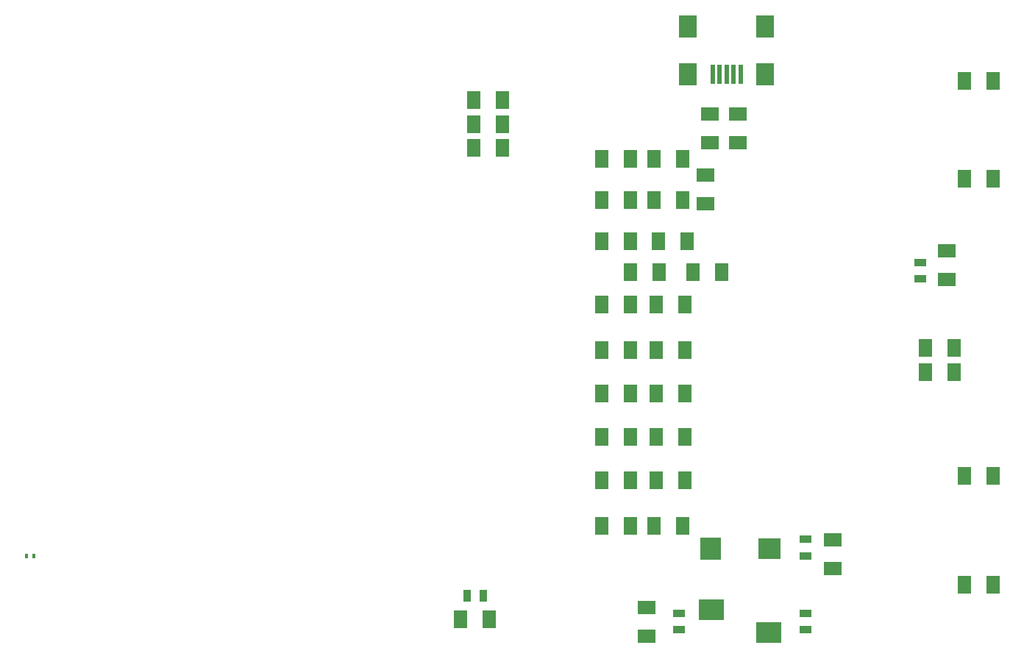
<source format=gtp>
G04 (created by PCBNEW (2013-mar-13)-testing) date jue 26 sep 2013 04:07:39 COT*
%MOIN*%
G04 Gerber Fmt 3.4, Leading zero omitted, Abs format*
%FSLAX34Y34*%
G01*
G70*
G90*
G04 APERTURE LIST*
%ADD10C,0.005906*%
%ADD11R,0.060000X0.080000*%
%ADD12R,0.078700X0.098400*%
%ADD13R,0.019700X0.090600*%
%ADD14R,0.080000X0.060000*%
%ADD15R,0.116100X0.094500*%
%ADD16R,0.094500X0.104300*%
%ADD17R,0.104300X0.094500*%
%ADD18R,0.055000X0.035000*%
%ADD19R,0.035000X0.055000*%
%ADD20R,0.015700X0.023600*%
G04 APERTURE END LIST*
G54D10*
G54D11*
X66378Y-34154D03*
X67678Y-34154D03*
G54D12*
X70276Y-13583D03*
X73780Y-13583D03*
X73780Y-15748D03*
X70276Y-15748D03*
G54D13*
X72028Y-15748D03*
X72343Y-15748D03*
X71713Y-15747D03*
X72658Y-15748D03*
X71398Y-15748D03*
G54D14*
X72540Y-17559D03*
X72540Y-18859D03*
X71260Y-17559D03*
X71260Y-18859D03*
X81988Y-23760D03*
X81988Y-25060D03*
G54D15*
X71349Y-40001D03*
G54D16*
X71289Y-37245D03*
G54D15*
X73927Y-41064D03*
G54D17*
X73986Y-37245D03*
G54D11*
X59980Y-40453D03*
X61280Y-40453D03*
G54D14*
X71063Y-21615D03*
X71063Y-20315D03*
G54D11*
X81043Y-28150D03*
X82343Y-28150D03*
X82815Y-38878D03*
X84115Y-38878D03*
X82815Y-33957D03*
X84115Y-33957D03*
X82815Y-16044D03*
X84115Y-16044D03*
X82815Y-20473D03*
X84115Y-20473D03*
X66378Y-26181D03*
X67678Y-26181D03*
X67657Y-24705D03*
X68957Y-24705D03*
X66378Y-32185D03*
X67678Y-32185D03*
X66378Y-30217D03*
X67678Y-30217D03*
X66378Y-28248D03*
X67678Y-28248D03*
X68838Y-26181D03*
X70138Y-26181D03*
X66378Y-23327D03*
X67678Y-23327D03*
X66378Y-21457D03*
X67678Y-21457D03*
X66378Y-19587D03*
X67678Y-19587D03*
X68740Y-36221D03*
X70040Y-36221D03*
X68838Y-34154D03*
X70138Y-34154D03*
X68838Y-32185D03*
X70138Y-32185D03*
X68838Y-30217D03*
X70138Y-30217D03*
X68838Y-28248D03*
X70138Y-28248D03*
X71812Y-24705D03*
X70512Y-24705D03*
X70237Y-23327D03*
X68937Y-23327D03*
X70040Y-21457D03*
X68740Y-21457D03*
X70040Y-19587D03*
X68740Y-19587D03*
X61871Y-16929D03*
X60571Y-16929D03*
X61871Y-18012D03*
X60571Y-18012D03*
X61871Y-19095D03*
X60571Y-19095D03*
G54D18*
X69882Y-40176D03*
X69882Y-40926D03*
X75591Y-37580D03*
X75591Y-36830D03*
X75591Y-40926D03*
X75591Y-40176D03*
G54D19*
X61005Y-39370D03*
X60255Y-39370D03*
G54D20*
X40287Y-37586D03*
X40641Y-37586D03*
G54D18*
X80791Y-24274D03*
X80791Y-25024D03*
G54D11*
X66378Y-36221D03*
X67678Y-36221D03*
G54D14*
X76830Y-36834D03*
X76830Y-38134D03*
G54D11*
X81043Y-29233D03*
X82343Y-29233D03*
G54D14*
X68406Y-41201D03*
X68406Y-39901D03*
M02*

</source>
